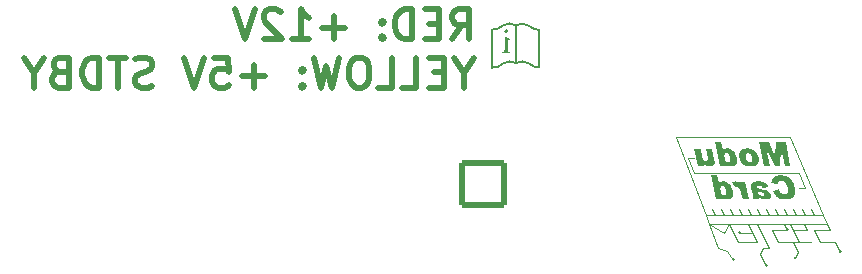
<source format=gbr>
%TF.GenerationSoftware,KiCad,Pcbnew,8.0.7*%
%TF.CreationDate,2025-02-21T01:46:00+01:00*%
%TF.ProjectId,TPB,5450422e-6b69-4636-9164-5f7063625858,1.0.0*%
%TF.SameCoordinates,Original*%
%TF.FileFunction,Legend,Bot*%
%TF.FilePolarity,Positive*%
%FSLAX46Y46*%
G04 Gerber Fmt 4.6, Leading zero omitted, Abs format (unit mm)*
G04 Created by KiCad (PCBNEW 8.0.7) date 2025-02-21 01:46:00*
%MOMM*%
%LPD*%
G01*
G04 APERTURE LIST*
G04 Aperture macros list*
%AMRoundRect*
0 Rectangle with rounded corners*
0 $1 Rounding radius*
0 $2 $3 $4 $5 $6 $7 $8 $9 X,Y pos of 4 corners*
0 Add a 4 corners polygon primitive as box body*
4,1,4,$2,$3,$4,$5,$6,$7,$8,$9,$2,$3,0*
0 Add four circle primitives for the rounded corners*
1,1,$1+$1,$2,$3*
1,1,$1+$1,$4,$5*
1,1,$1+$1,$6,$7*
1,1,$1+$1,$8,$9*
0 Add four rect primitives between the rounded corners*
20,1,$1+$1,$2,$3,$4,$5,0*
20,1,$1+$1,$4,$5,$6,$7,0*
20,1,$1+$1,$6,$7,$8,$9,0*
20,1,$1+$1,$8,$9,$2,$3,0*%
G04 Aperture macros list end*
%ADD10C,0.100000*%
%ADD11C,0.200000*%
%ADD12C,0.400000*%
%ADD13C,0.508000*%
%ADD14C,2.850000*%
%ADD15RoundRect,0.249999X0.525001X0.525001X-0.525001X0.525001X-0.525001X-0.525001X0.525001X-0.525001X0*%
%ADD16C,1.550000*%
%ADD17C,2.700000*%
%ADD18RoundRect,0.250000X-1.775000X-1.775000X1.775000X-1.775000X1.775000X1.775000X-1.775000X1.775000X0*%
%ADD19C,4.050000*%
%ADD20C,1.600000*%
G04 APERTURE END LIST*
D10*
X91497917Y79798242D02*
X90227917Y79798242D01*
X92255869Y77405598D02*
G75*
G02*
X92068727Y77405598I-93571J0D01*
G01*
X92068727Y77405598D02*
G75*
G02*
X92255869Y77405598I93571J0D01*
G01*
X86544917Y80306242D02*
X86163917Y79544242D01*
X84893917Y80286143D02*
X85654637Y78296391D01*
X82048000Y87644000D02*
X84588000Y81040000D01*
X91243917Y80306242D02*
X91497917Y79798242D01*
X88195917Y80306242D02*
X88957917Y78782242D01*
X90735917Y78782242D02*
X92005917Y78782242D01*
D11*
X68513306Y93919522D02*
G75*
G02*
X69617032Y93886470I525394J-900421D01*
G01*
D10*
X95126783Y79791132D02*
X93783917Y79798242D01*
D11*
X67436309Y93884784D02*
G75*
G02*
X66489616Y93530304I-880909J911217D01*
G01*
D10*
X94292585Y78780833D02*
X95564379Y78782883D01*
X94861527Y80306118D02*
X95126783Y79791132D01*
X91591488Y79798242D02*
G75*
G02*
X91404346Y79798242I-93571J0D01*
G01*
X91404346Y79798242D02*
G75*
G02*
X91591488Y79798242I93571J0D01*
G01*
X88576917Y79544242D02*
X87460630Y79544242D01*
X84884628Y80304719D02*
X94861527Y80306118D01*
X96072379Y77927312D02*
G75*
G02*
X95885237Y77927312I-93571J0D01*
G01*
X95885237Y77927312D02*
G75*
G02*
X96072379Y77927312I93571J0D01*
G01*
X88957917Y80306242D02*
X89719917Y78782242D01*
X83635500Y84596000D02*
X91954000Y84596000D01*
X89668000Y81040000D02*
X90938000Y81040000D01*
X93783917Y79798242D02*
X94292585Y78780833D01*
D11*
X68530196Y97107549D02*
G75*
G02*
X69606518Y97081080I516704J-885748D01*
G01*
D10*
X92420346Y77926671D02*
X92005917Y78782242D01*
X89922000Y81040000D02*
X89668000Y81548000D01*
D11*
X67424748Y93885672D02*
G75*
G02*
X68528452Y93918747I578352J-867771D01*
G01*
D10*
X92970000Y81040000D02*
X92589000Y81040000D01*
X89465917Y78274242D02*
X89211917Y77766242D01*
X93010869Y83319950D02*
X92515778Y83322149D01*
X93732000Y81040000D02*
X93478000Y81548000D01*
X88398000Y81040000D02*
X88144000Y81548000D01*
X92208000Y81040000D02*
X91954000Y81548000D01*
X92513917Y78782242D02*
X93529917Y78782242D01*
X92970000Y81040000D02*
X94240000Y81040000D01*
D11*
X70494506Y93538523D02*
X70505132Y96721986D01*
D10*
X95978808Y77927312D02*
X95564379Y78782883D01*
X88957917Y78782242D02*
X87306917Y78782242D01*
X92416298Y77913598D02*
X92162298Y77405598D01*
X85350000Y81040000D02*
X85096000Y81548000D01*
X94494000Y81040000D02*
X94861527Y80306118D01*
D11*
X68513306Y93919522D02*
X68530196Y97107549D01*
D10*
X83052413Y85877587D02*
X83547504Y85875388D01*
X86112000Y81040000D02*
X85858000Y81548000D01*
X85654637Y78296391D02*
X86416637Y78042391D01*
X84884628Y80304719D02*
X84588000Y81040000D01*
X87890000Y81040000D02*
X86620000Y81040000D01*
X93148917Y79798242D02*
X92005917Y79798242D01*
D11*
X70494506Y93538523D02*
G75*
G02*
X69611821Y93892143I-8006J1258478D01*
G01*
X67394825Y97095304D02*
G75*
G02*
X68498545Y97128407I578375J-867503D01*
G01*
D10*
X91446000Y81040000D02*
X91192000Y81548000D01*
X86163917Y79544242D02*
X84893917Y80286143D01*
X89414000Y81040000D02*
X87890000Y81040000D01*
X89813488Y76750242D02*
G75*
G02*
X89626346Y76750242I-93571J0D01*
G01*
X89626346Y76750242D02*
G75*
G02*
X89813488Y76750242I93571J0D01*
G01*
X87018208Y77280391D02*
G75*
G02*
X86831066Y77280391I-93571J0D01*
G01*
X86831066Y77280391D02*
G75*
G02*
X87018208Y77280391I93571J0D01*
G01*
X92970000Y81040000D02*
X92716000Y81548000D01*
X92894917Y80306242D02*
X93148917Y79798242D01*
X90227917Y79798242D02*
X90734123Y78780192D01*
X90684000Y81040000D02*
X90430000Y81548000D01*
X89719917Y78782242D02*
X89973917Y78274242D01*
X94494000Y81040000D02*
X91700000Y87644000D01*
X89668000Y81040000D02*
X89414000Y81040000D01*
X89973917Y78274242D02*
X89465917Y78274242D01*
X87554201Y79544242D02*
G75*
G02*
X87367059Y79544242I-93571J0D01*
G01*
X87367059Y79544242D02*
G75*
G02*
X87554201Y79544242I93571J0D01*
G01*
X89211917Y77766242D02*
X89719917Y76750242D01*
X89160000Y81040000D02*
X88906000Y81548000D01*
X86874000Y81040000D02*
X86620000Y81548000D01*
X87636000Y81040000D02*
X87382000Y81548000D01*
X92005917Y78782242D02*
X92513917Y78782242D01*
D11*
X70505132Y96721986D02*
G75*
G02*
X69606482Y97081034I-10432J1278015D01*
G01*
X66489614Y93529675D02*
X66502166Y96739901D01*
D10*
X92005917Y79798242D02*
X92512123Y78780192D01*
X86416637Y78042391D02*
X86924637Y77280391D01*
D11*
X67405347Y97095491D02*
G75*
G02*
X66502166Y96739901I-879947J910210D01*
G01*
D10*
X91700000Y87644000D02*
X82048000Y87644000D01*
X83052413Y85877587D02*
X83572000Y84596000D01*
X91751917Y80306242D02*
X92005917Y79798242D01*
X93010869Y83319950D02*
X92491282Y84601537D01*
X86544917Y80306242D02*
X87306917Y78782242D01*
X91954000Y84596000D02*
X92491282Y84601537D01*
X84588000Y81040000D02*
X94494000Y81040000D01*
D12*
G36*
X67549381Y96130721D02*
G01*
X67549381Y95080721D01*
X67540588Y94947364D01*
X67512744Y94886548D01*
X67462919Y94867497D01*
X67357406Y94864566D01*
X67357406Y94770776D01*
X68018327Y94770776D01*
X68018327Y94864566D01*
X67901823Y94872626D01*
X67852730Y94901935D01*
X67832214Y94967880D01*
X67827085Y95085117D01*
X67827085Y95584838D01*
X67829356Y95733863D01*
X67831481Y95777546D01*
X67843937Y95876464D01*
X67864454Y95910902D01*
X67902556Y95916764D01*
X67939925Y95911635D01*
X68007336Y95890386D01*
X68046903Y95979779D01*
X67638773Y96130721D01*
X67549381Y96130721D01*
G37*
G36*
X67687866Y96787245D02*
G01*
X67572095Y96739618D01*
X67524468Y96623114D01*
X67571362Y96507343D01*
X67687866Y96458983D01*
X67805103Y96507343D01*
X67851997Y96623114D01*
X67805103Y96739618D01*
X67687866Y96787245D01*
G37*
D11*
G36*
X90779655Y83208841D02*
G01*
X90279445Y83051060D01*
X90325714Y82955260D01*
X90376471Y82866613D01*
X90431716Y82785118D01*
X90500348Y82700740D01*
X90527596Y82671506D01*
X90603647Y82600188D01*
X90684766Y82538150D01*
X90770954Y82485393D01*
X90862209Y82441918D01*
X90960608Y82408152D01*
X91068716Y82384033D01*
X91171275Y82370843D01*
X91281267Y82365039D01*
X91314058Y82364737D01*
X91429600Y82368052D01*
X91535525Y82377995D01*
X91631833Y82394567D01*
X91732038Y82422280D01*
X91819152Y82459015D01*
X91905859Y82515344D01*
X91981818Y82589563D01*
X92039467Y82669181D01*
X92088888Y82762496D01*
X92101497Y82791674D01*
X92132151Y82885738D01*
X92150475Y82989144D01*
X92156469Y83101893D01*
X92152044Y83202986D01*
X92139057Y83310568D01*
X92122502Y83401304D01*
X92093536Y83521433D01*
X92057930Y83634403D01*
X92015684Y83740214D01*
X91966797Y83838865D01*
X91911270Y83930357D01*
X91849103Y84014689D01*
X91780295Y84091863D01*
X91704847Y84161876D01*
X91623453Y84224273D01*
X91537052Y84278350D01*
X91445644Y84324107D01*
X91349229Y84361545D01*
X91247807Y84390663D01*
X91141378Y84411462D01*
X91029943Y84423941D01*
X90913500Y84428101D01*
X90801854Y84424332D01*
X90699558Y84413027D01*
X90589145Y84389511D01*
X90492196Y84355141D01*
X90396106Y84301326D01*
X90360534Y84273740D01*
X90288333Y84198282D01*
X90229876Y84106977D01*
X90190709Y84016101D01*
X90161640Y83913582D01*
X90142669Y83799420D01*
X90704916Y83677787D01*
X90722999Y83776642D01*
X90736668Y83811632D01*
X90796945Y83890502D01*
X90838762Y83920564D01*
X90931116Y83953728D01*
X90996054Y83959155D01*
X91095736Y83948744D01*
X91198608Y83912143D01*
X91281811Y83857486D01*
X91348252Y83792581D01*
X91405040Y83711897D01*
X91448447Y83621427D01*
X91480968Y83527791D01*
X91508393Y83420645D01*
X91511895Y83404235D01*
X91529655Y83306979D01*
X91541837Y83203527D01*
X91543459Y83101109D01*
X91525625Y82998348D01*
X91506033Y82955317D01*
X91435439Y82881197D01*
X91344538Y82843305D01*
X91251532Y82833684D01*
X91148626Y82843034D01*
X91050195Y82874917D01*
X90967233Y82929427D01*
X90895701Y83005861D01*
X90837082Y83093177D01*
X90789547Y83186283D01*
X90779655Y83208841D01*
G37*
G36*
X89179147Y83894581D02*
G01*
X89279393Y83886515D01*
X89384540Y83870739D01*
X89418047Y83863923D01*
X89515770Y83837027D01*
X89607289Y83796977D01*
X89643298Y83775926D01*
X89726764Y83715610D01*
X89800241Y83641639D01*
X89845407Y83579281D01*
X89896331Y83487323D01*
X89936040Y83396419D01*
X89426549Y83333893D01*
X89385356Y83401625D01*
X89312732Y83473600D01*
X89297759Y83482155D01*
X89200931Y83513571D01*
X89101218Y83521472D01*
X89053224Y83518846D01*
X88963465Y83479462D01*
X88945822Y83435406D01*
X88952230Y83333893D01*
X88965974Y83329006D01*
X89059086Y83298111D01*
X89158859Y83269901D01*
X89165093Y83268339D01*
X89262563Y83246431D01*
X89366733Y83225060D01*
X89463253Y83206026D01*
X89575538Y83184416D01*
X89685429Y83159880D01*
X89780875Y83130294D01*
X89872268Y83090299D01*
X89959976Y83031032D01*
X90030370Y82953475D01*
X90081023Y82862527D01*
X90109941Y82768227D01*
X90117946Y82666713D01*
X90094463Y82567390D01*
X90037157Y82480997D01*
X89973928Y82430133D01*
X89880681Y82390283D01*
X89778137Y82370301D01*
X89673235Y82364737D01*
X89625783Y82365684D01*
X89522979Y82374734D01*
X89425662Y82393367D01*
X89323967Y82425310D01*
X89242759Y82463978D01*
X89158317Y82516845D01*
X89078748Y82577229D01*
X89079236Y82482951D01*
X89056766Y82396000D01*
X88543856Y82396000D01*
X88555465Y82444794D01*
X88568280Y82545966D01*
X88563908Y82610795D01*
X88547275Y82708143D01*
X88475648Y83052525D01*
X89010848Y83052525D01*
X89027457Y82971925D01*
X89045752Y82905865D01*
X89092425Y82818052D01*
X89139883Y82770127D01*
X89224805Y82718401D01*
X89301728Y82690351D01*
X89403102Y82677368D01*
X89434123Y82678691D01*
X89527666Y82714982D01*
X89529938Y82717384D01*
X89552579Y82812679D01*
X89548018Y82828738D01*
X89487122Y82905980D01*
X89453294Y82925855D01*
X89357070Y82961077D01*
X89259487Y82986580D01*
X89211602Y82997679D01*
X89109855Y83023732D01*
X89010848Y83052525D01*
X88475648Y83052525D01*
X88412453Y83356363D01*
X88408758Y83375871D01*
X88400329Y83476113D01*
X88407568Y83573740D01*
X88429861Y83663753D01*
X88481330Y83750083D01*
X88519417Y83786461D01*
X88606275Y83838392D01*
X88705056Y83868296D01*
X88783061Y83880692D01*
X88886217Y83890403D01*
X88991600Y83895273D01*
X89094379Y83896629D01*
X89179147Y83894581D01*
G37*
G36*
X87943507Y83865365D02*
G01*
X87431085Y83865365D01*
X87481399Y83623077D01*
X87422774Y83703276D01*
X87354584Y83780308D01*
X87284540Y83838010D01*
X87193886Y83880085D01*
X87092284Y83896400D01*
X87077910Y83896629D01*
X86978668Y83884133D01*
X86884913Y83850416D01*
X86829271Y83820913D01*
X87081818Y83417424D01*
X87175446Y83452093D01*
X87226410Y83458945D01*
X87326794Y83436109D01*
X87407150Y83373219D01*
X87412034Y83367599D01*
X87471669Y83277872D01*
X87513884Y83183562D01*
X87547166Y83085645D01*
X87577768Y82971963D01*
X87596682Y82887417D01*
X87698775Y82396000D01*
X88248810Y82396000D01*
X87943507Y83865365D01*
G37*
G36*
X85713570Y83738848D02*
G01*
X85785866Y83807968D01*
X85873793Y83857061D01*
X85898232Y83866335D01*
X85998854Y83890098D01*
X86097519Y83896629D01*
X86193885Y83889828D01*
X86301709Y83864703D01*
X86404578Y83821066D01*
X86488808Y83768928D01*
X86569397Y83703188D01*
X86631757Y83638705D01*
X86697932Y83550274D01*
X86754661Y83449787D01*
X86794720Y83356839D01*
X86828220Y83255518D01*
X86855161Y83145826D01*
X86862967Y83105482D01*
X86876522Y83007978D01*
X86881548Y82897302D01*
X86874312Y82793529D01*
X86854815Y82696660D01*
X86816570Y82592372D01*
X86778772Y82526793D01*
X86710668Y82453657D01*
X86624846Y82402306D01*
X86521306Y82372740D01*
X86418454Y82364737D01*
X86346861Y82368371D01*
X86243019Y82387444D01*
X86143437Y82422867D01*
X86071721Y82462789D01*
X85991577Y82522106D01*
X85911406Y82592860D01*
X85952439Y82396000D01*
X85440506Y82396000D01*
X85264852Y83240458D01*
X85818470Y83240458D01*
X85833737Y83139964D01*
X85839471Y83113866D01*
X85865956Y83018749D01*
X85907048Y82920718D01*
X85968071Y82833684D01*
X85979304Y82822326D01*
X86061249Y82763342D01*
X86162000Y82739894D01*
X86238095Y82757659D01*
X86307080Y82832707D01*
X86329817Y82917726D01*
X86328815Y83022092D01*
X86312453Y83126287D01*
X86306746Y83152491D01*
X86280902Y83247731D01*
X86241813Y83345227D01*
X86184958Y83430613D01*
X86104072Y83495829D01*
X86006173Y83521472D01*
X85916607Y83500649D01*
X85845461Y83426705D01*
X85819540Y83342190D01*
X85818470Y83240458D01*
X85264852Y83240458D01*
X85024316Y84396838D01*
X85576794Y84396838D01*
X85713570Y83738848D01*
G37*
G36*
X91342904Y87190838D02*
G01*
X90542276Y87190838D01*
X90485123Y85978416D01*
X89925318Y87190838D01*
X89126644Y87190838D01*
X89542834Y85190000D01*
X90040601Y85190000D01*
X89721131Y86725800D01*
X90426016Y85190000D01*
X90875912Y85190000D01*
X90941369Y86725800D01*
X91260838Y85190000D01*
X91759094Y85190000D01*
X91342904Y87190838D01*
G37*
G36*
X88132637Y86689779D02*
G01*
X88245065Y86680227D01*
X88352150Y86660060D01*
X88453893Y86629279D01*
X88550292Y86587884D01*
X88641349Y86535875D01*
X88727063Y86473252D01*
X88759456Y86445621D01*
X88833759Y86372517D01*
X88898521Y86293665D01*
X88953743Y86209065D01*
X88999424Y86118717D01*
X89035565Y86022620D01*
X89062164Y85920775D01*
X89073636Y85854396D01*
X89081459Y85749164D01*
X89072209Y85631796D01*
X89042625Y85524148D01*
X88992708Y85426220D01*
X88922457Y85338012D01*
X88899937Y85316303D01*
X88810719Y85251351D01*
X88721372Y85209333D01*
X88620141Y85179921D01*
X88507026Y85163114D01*
X88403685Y85158737D01*
X88355928Y85159581D01*
X88240743Y85169069D01*
X88131568Y85189100D01*
X88028404Y85219673D01*
X87931251Y85260789D01*
X87840108Y85312447D01*
X87754976Y85374648D01*
X87722818Y85402114D01*
X87649018Y85474953D01*
X87584640Y85553754D01*
X87529683Y85638519D01*
X87484147Y85729247D01*
X87448033Y85825937D01*
X87421341Y85928591D01*
X87406572Y86020299D01*
X87405969Y86032510D01*
X87955320Y86032510D01*
X87970399Y85931033D01*
X87975978Y85905407D01*
X88006186Y85801139D01*
X88049539Y85706495D01*
X88109129Y85628172D01*
X88133415Y85606076D01*
X88223949Y85551940D01*
X88323085Y85533894D01*
X88330354Y85533988D01*
X88425301Y85557830D01*
X88497475Y85629638D01*
X88526463Y85716077D01*
X88528657Y85821020D01*
X88513106Y85925171D01*
X88507756Y85949445D01*
X88478201Y86048900D01*
X88434847Y86140644D01*
X88374376Y86218751D01*
X88343169Y86246615D01*
X88257117Y86296959D01*
X88156512Y86315472D01*
X88057715Y86291658D01*
X87987007Y86220217D01*
X87957881Y86135129D01*
X87955320Y86032510D01*
X87405969Y86032510D01*
X87401443Y86124209D01*
X87412823Y86236972D01*
X87442903Y86340619D01*
X87491683Y86435151D01*
X87502290Y86450868D01*
X87576730Y86534697D01*
X87669684Y86600563D01*
X87761287Y86641728D01*
X87865746Y86670420D01*
X87983061Y86686637D01*
X88086170Y86690629D01*
X88132637Y86689779D01*
G37*
G36*
X86051627Y86532848D02*
G01*
X86123923Y86601968D01*
X86211850Y86651061D01*
X86236290Y86660335D01*
X86336911Y86684098D01*
X86435577Y86690629D01*
X86531942Y86683828D01*
X86639766Y86658703D01*
X86742636Y86615066D01*
X86826865Y86562928D01*
X86907454Y86497188D01*
X86969814Y86432705D01*
X87035989Y86344274D01*
X87092718Y86243787D01*
X87132777Y86150839D01*
X87166277Y86049518D01*
X87193218Y85939826D01*
X87201024Y85899482D01*
X87214579Y85801978D01*
X87219605Y85691302D01*
X87212370Y85587529D01*
X87192872Y85490660D01*
X87154628Y85386372D01*
X87116830Y85320793D01*
X87048725Y85247657D01*
X86962903Y85196306D01*
X86859363Y85166740D01*
X86756512Y85158737D01*
X86684918Y85162371D01*
X86581077Y85181444D01*
X86481494Y85216867D01*
X86409778Y85256789D01*
X86329634Y85316106D01*
X86249464Y85386860D01*
X86290496Y85190000D01*
X85778563Y85190000D01*
X85602910Y86034458D01*
X86156527Y86034458D01*
X86171794Y85933964D01*
X86177528Y85907866D01*
X86204013Y85812749D01*
X86245105Y85714718D01*
X86306128Y85627684D01*
X86317361Y85616326D01*
X86399307Y85557342D01*
X86500057Y85533894D01*
X86576152Y85551659D01*
X86645137Y85626707D01*
X86667874Y85711726D01*
X86666872Y85816092D01*
X86650510Y85920287D01*
X86644803Y85946491D01*
X86618959Y86041731D01*
X86579871Y86139227D01*
X86523016Y86224613D01*
X86442129Y86289829D01*
X86344230Y86315472D01*
X86254664Y86294649D01*
X86183518Y86220705D01*
X86157598Y86136190D01*
X86156527Y86034458D01*
X85602910Y86034458D01*
X85362374Y87190838D01*
X85914851Y87190838D01*
X86051627Y86532848D01*
G37*
G36*
X83911083Y85190000D02*
G01*
X84422039Y85190000D01*
X84372702Y85427893D01*
X84444020Y85360329D01*
X84521919Y85296801D01*
X84605572Y85241713D01*
X84646254Y85220287D01*
X84739426Y85185244D01*
X84842297Y85164748D01*
X84944230Y85158737D01*
X85049193Y85167408D01*
X85148446Y85197891D01*
X85235343Y85257501D01*
X85269561Y85297467D01*
X85312744Y85387602D01*
X85329978Y85487573D01*
X85328729Y85590376D01*
X85315529Y85689878D01*
X85308640Y85725381D01*
X85114711Y86659365D01*
X84565165Y86659365D01*
X84733204Y85850922D01*
X84745657Y85751822D01*
X84724411Y85654550D01*
X84638590Y85600054D01*
X84596916Y85596421D01*
X84498109Y85618203D01*
X84420085Y85673601D01*
X84362312Y85757024D01*
X84326210Y85848844D01*
X84299917Y85952038D01*
X84152883Y86659365D01*
X83605779Y86659365D01*
X83911083Y85190000D01*
G37*
D13*
X63109599Y95926522D02*
X63956266Y97136046D01*
X64561028Y95926522D02*
X64561028Y98466522D01*
X64561028Y98466522D02*
X63593409Y98466522D01*
X63593409Y98466522D02*
X63351504Y98345570D01*
X63351504Y98345570D02*
X63230551Y98224617D01*
X63230551Y98224617D02*
X63109599Y97982713D01*
X63109599Y97982713D02*
X63109599Y97619855D01*
X63109599Y97619855D02*
X63230551Y97377951D01*
X63230551Y97377951D02*
X63351504Y97256998D01*
X63351504Y97256998D02*
X63593409Y97136046D01*
X63593409Y97136046D02*
X64561028Y97136046D01*
X62021028Y97256998D02*
X61174361Y97256998D01*
X60811504Y95926522D02*
X62021028Y95926522D01*
X62021028Y95926522D02*
X62021028Y98466522D01*
X62021028Y98466522D02*
X60811504Y98466522D01*
X59722933Y95926522D02*
X59722933Y98466522D01*
X59722933Y98466522D02*
X59118171Y98466522D01*
X59118171Y98466522D02*
X58755314Y98345570D01*
X58755314Y98345570D02*
X58513409Y98103665D01*
X58513409Y98103665D02*
X58392456Y97861760D01*
X58392456Y97861760D02*
X58271504Y97377951D01*
X58271504Y97377951D02*
X58271504Y97015094D01*
X58271504Y97015094D02*
X58392456Y96531284D01*
X58392456Y96531284D02*
X58513409Y96289379D01*
X58513409Y96289379D02*
X58755314Y96047474D01*
X58755314Y96047474D02*
X59118171Y95926522D01*
X59118171Y95926522D02*
X59722933Y95926522D01*
X57182933Y96168427D02*
X57061980Y96047474D01*
X57061980Y96047474D02*
X57182933Y95926522D01*
X57182933Y95926522D02*
X57303885Y96047474D01*
X57303885Y96047474D02*
X57182933Y96168427D01*
X57182933Y96168427D02*
X57182933Y95926522D01*
X57182933Y97498903D02*
X57061980Y97377951D01*
X57061980Y97377951D02*
X57182933Y97256998D01*
X57182933Y97256998D02*
X57303885Y97377951D01*
X57303885Y97377951D02*
X57182933Y97498903D01*
X57182933Y97498903D02*
X57182933Y97256998D01*
X54038171Y96894141D02*
X52102933Y96894141D01*
X53070552Y95926522D02*
X53070552Y97861760D01*
X49562932Y95926522D02*
X51014361Y95926522D01*
X50288647Y95926522D02*
X50288647Y98466522D01*
X50288647Y98466522D02*
X50530551Y98103665D01*
X50530551Y98103665D02*
X50772456Y97861760D01*
X50772456Y97861760D02*
X51014361Y97740808D01*
X48595313Y98224617D02*
X48474361Y98345570D01*
X48474361Y98345570D02*
X48232456Y98466522D01*
X48232456Y98466522D02*
X47627694Y98466522D01*
X47627694Y98466522D02*
X47385789Y98345570D01*
X47385789Y98345570D02*
X47264837Y98224617D01*
X47264837Y98224617D02*
X47143884Y97982713D01*
X47143884Y97982713D02*
X47143884Y97740808D01*
X47143884Y97740808D02*
X47264837Y97377951D01*
X47264837Y97377951D02*
X48716265Y95926522D01*
X48716265Y95926522D02*
X47143884Y95926522D01*
X46418170Y98466522D02*
X45571503Y95926522D01*
X45571503Y95926522D02*
X44724836Y98466522D01*
X64077218Y93046788D02*
X64077218Y91837264D01*
X64923885Y94377264D02*
X64077218Y93046788D01*
X64077218Y93046788D02*
X63230551Y94377264D01*
X62383885Y93167740D02*
X61537218Y93167740D01*
X61174361Y91837264D02*
X62383885Y91837264D01*
X62383885Y91837264D02*
X62383885Y94377264D01*
X62383885Y94377264D02*
X61174361Y94377264D01*
X58876266Y91837264D02*
X60085790Y91837264D01*
X60085790Y91837264D02*
X60085790Y94377264D01*
X56820076Y91837264D02*
X58029600Y91837264D01*
X58029600Y91837264D02*
X58029600Y94377264D01*
X55489600Y94377264D02*
X55005791Y94377264D01*
X55005791Y94377264D02*
X54763886Y94256312D01*
X54763886Y94256312D02*
X54521981Y94014407D01*
X54521981Y94014407D02*
X54401029Y93530597D01*
X54401029Y93530597D02*
X54401029Y92683931D01*
X54401029Y92683931D02*
X54521981Y92200121D01*
X54521981Y92200121D02*
X54763886Y91958216D01*
X54763886Y91958216D02*
X55005791Y91837264D01*
X55005791Y91837264D02*
X55489600Y91837264D01*
X55489600Y91837264D02*
X55731505Y91958216D01*
X55731505Y91958216D02*
X55973410Y92200121D01*
X55973410Y92200121D02*
X56094362Y92683931D01*
X56094362Y92683931D02*
X56094362Y93530597D01*
X56094362Y93530597D02*
X55973410Y94014407D01*
X55973410Y94014407D02*
X55731505Y94256312D01*
X55731505Y94256312D02*
X55489600Y94377264D01*
X53554362Y94377264D02*
X52949600Y91837264D01*
X52949600Y91837264D02*
X52465791Y93651550D01*
X52465791Y93651550D02*
X51981981Y91837264D01*
X51981981Y91837264D02*
X51377220Y94377264D01*
X50409601Y92079169D02*
X50288648Y91958216D01*
X50288648Y91958216D02*
X50409601Y91837264D01*
X50409601Y91837264D02*
X50530553Y91958216D01*
X50530553Y91958216D02*
X50409601Y92079169D01*
X50409601Y92079169D02*
X50409601Y91837264D01*
X50409601Y93409645D02*
X50288648Y93288693D01*
X50288648Y93288693D02*
X50409601Y93167740D01*
X50409601Y93167740D02*
X50530553Y93288693D01*
X50530553Y93288693D02*
X50409601Y93409645D01*
X50409601Y93409645D02*
X50409601Y93167740D01*
X47264839Y92804883D02*
X45329601Y92804883D01*
X46297220Y91837264D02*
X46297220Y93772502D01*
X42910553Y94377264D02*
X44120077Y94377264D01*
X44120077Y94377264D02*
X44241029Y93167740D01*
X44241029Y93167740D02*
X44120077Y93288693D01*
X44120077Y93288693D02*
X43878172Y93409645D01*
X43878172Y93409645D02*
X43273410Y93409645D01*
X43273410Y93409645D02*
X43031505Y93288693D01*
X43031505Y93288693D02*
X42910553Y93167740D01*
X42910553Y93167740D02*
X42789600Y92925836D01*
X42789600Y92925836D02*
X42789600Y92321074D01*
X42789600Y92321074D02*
X42910553Y92079169D01*
X42910553Y92079169D02*
X43031505Y91958216D01*
X43031505Y91958216D02*
X43273410Y91837264D01*
X43273410Y91837264D02*
X43878172Y91837264D01*
X43878172Y91837264D02*
X44120077Y91958216D01*
X44120077Y91958216D02*
X44241029Y92079169D01*
X42063886Y94377264D02*
X41217219Y91837264D01*
X41217219Y91837264D02*
X40370552Y94377264D01*
X37709600Y91958216D02*
X37346743Y91837264D01*
X37346743Y91837264D02*
X36741981Y91837264D01*
X36741981Y91837264D02*
X36500076Y91958216D01*
X36500076Y91958216D02*
X36379124Y92079169D01*
X36379124Y92079169D02*
X36258171Y92321074D01*
X36258171Y92321074D02*
X36258171Y92562978D01*
X36258171Y92562978D02*
X36379124Y92804883D01*
X36379124Y92804883D02*
X36500076Y92925836D01*
X36500076Y92925836D02*
X36741981Y93046788D01*
X36741981Y93046788D02*
X37225790Y93167740D01*
X37225790Y93167740D02*
X37467695Y93288693D01*
X37467695Y93288693D02*
X37588648Y93409645D01*
X37588648Y93409645D02*
X37709600Y93651550D01*
X37709600Y93651550D02*
X37709600Y93893455D01*
X37709600Y93893455D02*
X37588648Y94135359D01*
X37588648Y94135359D02*
X37467695Y94256312D01*
X37467695Y94256312D02*
X37225790Y94377264D01*
X37225790Y94377264D02*
X36621029Y94377264D01*
X36621029Y94377264D02*
X36258171Y94256312D01*
X35532457Y94377264D02*
X34081028Y94377264D01*
X34806742Y91837264D02*
X34806742Y94377264D01*
X33234362Y91837264D02*
X33234362Y94377264D01*
X33234362Y94377264D02*
X32629600Y94377264D01*
X32629600Y94377264D02*
X32266743Y94256312D01*
X32266743Y94256312D02*
X32024838Y94014407D01*
X32024838Y94014407D02*
X31903885Y93772502D01*
X31903885Y93772502D02*
X31782933Y93288693D01*
X31782933Y93288693D02*
X31782933Y92925836D01*
X31782933Y92925836D02*
X31903885Y92442026D01*
X31903885Y92442026D02*
X32024838Y92200121D01*
X32024838Y92200121D02*
X32266743Y91958216D01*
X32266743Y91958216D02*
X32629600Y91837264D01*
X32629600Y91837264D02*
X33234362Y91837264D01*
X29847695Y93167740D02*
X29484838Y93046788D01*
X29484838Y93046788D02*
X29363885Y92925836D01*
X29363885Y92925836D02*
X29242933Y92683931D01*
X29242933Y92683931D02*
X29242933Y92321074D01*
X29242933Y92321074D02*
X29363885Y92079169D01*
X29363885Y92079169D02*
X29484838Y91958216D01*
X29484838Y91958216D02*
X29726743Y91837264D01*
X29726743Y91837264D02*
X30694362Y91837264D01*
X30694362Y91837264D02*
X30694362Y94377264D01*
X30694362Y94377264D02*
X29847695Y94377264D01*
X29847695Y94377264D02*
X29605790Y94256312D01*
X29605790Y94256312D02*
X29484838Y94135359D01*
X29484838Y94135359D02*
X29363885Y93893455D01*
X29363885Y93893455D02*
X29363885Y93651550D01*
X29363885Y93651550D02*
X29484838Y93409645D01*
X29484838Y93409645D02*
X29605790Y93288693D01*
X29605790Y93288693D02*
X29847695Y93167740D01*
X29847695Y93167740D02*
X30694362Y93167740D01*
X27670552Y93046788D02*
X27670552Y91837264D01*
X28517219Y94377264D02*
X27670552Y93046788D01*
X27670552Y93046788D02*
X26823885Y94377264D01*
%LPC*%
D14*
%TO.C,J200*%
X94450000Y2770001D03*
X5550000Y2770001D03*
D15*
X89370000Y5310001D03*
D16*
X86830000Y5310001D03*
X84290000Y5310001D03*
X81750000Y5310001D03*
X79210000Y5310001D03*
X76670000Y5310001D03*
X74130000Y5310001D03*
X71590000Y5310001D03*
X69050000Y5310001D03*
X66510000Y5310001D03*
X63970000Y5310001D03*
X61430000Y5310001D03*
X58890000Y5310001D03*
X56350000Y5310001D03*
X53810000Y5310001D03*
X51270000Y5310001D03*
X48730000Y5310001D03*
X46190000Y5310001D03*
X43650000Y5310001D03*
X41110000Y5310001D03*
X38570000Y5310001D03*
X36030000Y5310001D03*
X33490000Y5310001D03*
X30950000Y5310001D03*
X28410000Y5310001D03*
X25870000Y5310001D03*
X23330000Y5310001D03*
X20790000Y5310001D03*
X18250000Y5310001D03*
X15710000Y5310001D03*
X13170000Y5310001D03*
X10630000Y5310001D03*
X89370000Y7850001D03*
X86830000Y7850001D03*
X84290000Y7850001D03*
X81750000Y7850001D03*
X79210000Y7850001D03*
X76670000Y7850001D03*
X74130000Y7850001D03*
X71590000Y7850001D03*
X69050000Y7850001D03*
X66510000Y7850001D03*
X63970000Y7850001D03*
X61430000Y7850001D03*
X58890000Y7850001D03*
X56350000Y7850001D03*
X53810000Y7850001D03*
X51270000Y7850001D03*
X48730000Y7850001D03*
X46190000Y7850001D03*
X43650000Y7850001D03*
X41110000Y7850001D03*
X38570000Y7850001D03*
X36030000Y7850001D03*
X33490000Y7850001D03*
X30950000Y7850001D03*
X28410000Y7850001D03*
X25870000Y7850001D03*
X23330000Y7850001D03*
X20790000Y7850001D03*
X18250000Y7850001D03*
X15710000Y7850001D03*
X13170000Y7850001D03*
X10630000Y7850001D03*
X89370000Y10390001D03*
X86830000Y10390001D03*
X84290000Y10390001D03*
X81750000Y10390001D03*
X79210000Y10390001D03*
X76670000Y10390001D03*
X74130000Y10390001D03*
X71590000Y10390001D03*
X69050000Y10390001D03*
X66510000Y10390001D03*
X63970000Y10390001D03*
X61430000Y10390001D03*
X58890000Y10390001D03*
X56350000Y10390001D03*
X53810000Y10390001D03*
X51270000Y10390001D03*
X48730000Y10390001D03*
X46190000Y10390001D03*
X43650000Y10390001D03*
X41110000Y10390001D03*
X38570000Y10390001D03*
X36030000Y10390001D03*
X33490000Y10390001D03*
X30950000Y10390001D03*
X28410000Y10390001D03*
X25870000Y10390001D03*
X23330000Y10390001D03*
X20790000Y10390001D03*
X18250000Y10390001D03*
X15710000Y10390001D03*
X13170000Y10390001D03*
X10630000Y10390001D03*
%TD*%
D17*
%TO.C,J400*%
X55350000Y89637500D03*
X68850000Y89637500D03*
D18*
X65700000Y83637500D03*
D19*
X58500000Y83637500D03*
%TD*%
D20*
%TO.C,LED400*%
X72613600Y95559157D03*
X75153600Y95559157D03*
X72613600Y93019157D03*
X75153600Y93019157D03*
%TD*%
%LPD*%
M02*

</source>
